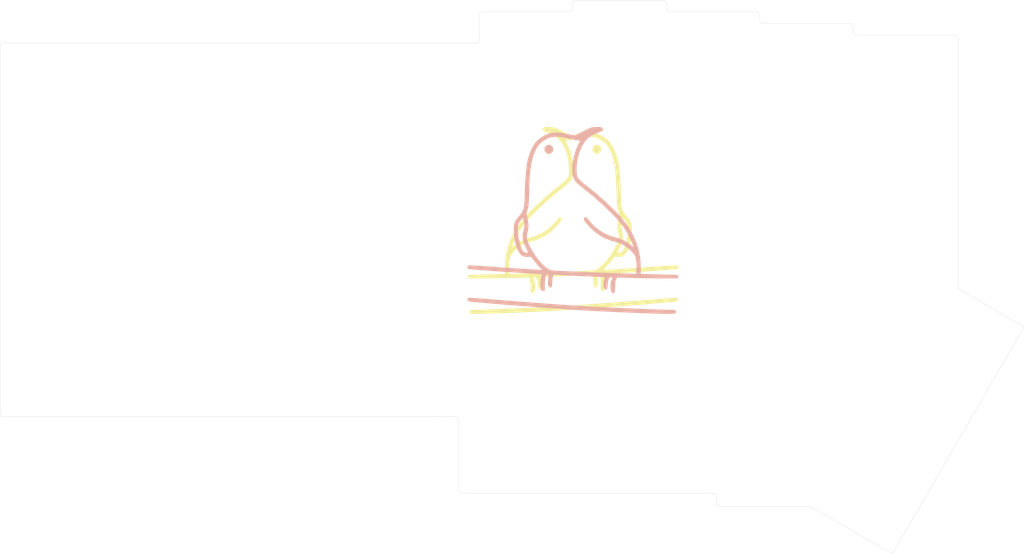
<source format=kicad_pcb>
(kicad_pcb (version 20171130) (host pcbnew "(5.1.9-0-10_14)")

  (general
    (thickness 1.6)
    (drawings 39)
    (tracks 0)
    (zones 0)
    (modules 9)
    (nets 1)
  )

  (page A4)
  (layers
    (0 F.Cu signal)
    (31 B.Cu signal)
    (32 B.Adhes user)
    (33 F.Adhes user)
    (34 B.Paste user)
    (35 F.Paste user)
    (36 B.SilkS user)
    (37 F.SilkS user)
    (38 B.Mask user)
    (39 F.Mask user)
    (40 Dwgs.User user)
    (41 Cmts.User user)
    (42 Eco1.User user)
    (43 Eco2.User user)
    (44 Edge.Cuts user)
    (45 Margin user)
    (46 B.CrtYd user)
    (47 F.CrtYd user)
    (48 B.Fab user)
    (49 F.Fab user)
  )

  (setup
    (last_trace_width 0.25)
    (trace_clearance 0.2)
    (zone_clearance 0.508)
    (zone_45_only no)
    (trace_min 0.2)
    (via_size 0.8)
    (via_drill 0.4)
    (via_min_size 0.4)
    (via_min_drill 0.3)
    (uvia_size 0.3)
    (uvia_drill 0.1)
    (uvias_allowed no)
    (uvia_min_size 0.2)
    (uvia_min_drill 0.1)
    (edge_width 0.05)
    (segment_width 0.2)
    (pcb_text_width 0.3)
    (pcb_text_size 1.5 1.5)
    (mod_edge_width 0.12)
    (mod_text_size 1 1)
    (mod_text_width 0.15)
    (pad_size 1.524 1.524)
    (pad_drill 0.762)
    (pad_to_mask_clearance 0)
    (aux_axis_origin 0 0)
    (grid_origin 221.45 102.39375)
    (visible_elements FFFFFF7F)
    (pcbplotparams
      (layerselection 0x011fc_ffffffff)
      (usegerberextensions false)
      (usegerberattributes true)
      (usegerberadvancedattributes true)
      (creategerberjobfile true)
      (excludeedgelayer true)
      (linewidth 0.100000)
      (plotframeref false)
      (viasonmask false)
      (mode 1)
      (useauxorigin false)
      (hpglpennumber 1)
      (hpglpenspeed 20)
      (hpglpendiameter 15.000000)
      (psnegative false)
      (psa4output false)
      (plotreference true)
      (plotvalue true)
      (plotinvisibletext false)
      (padsonsilk false)
      (subtractmaskfromsilk false)
      (outputformat 1)
      (mirror false)
      (drillshape 0)
      (scaleselection 1)
      (outputdirectory "./wren-nav-bottom-gerbers"))
  )

  (net 0 "")

  (net_class Default "This is the default net class."
    (clearance 0.2)
    (trace_width 0.25)
    (via_dia 0.8)
    (via_drill 0.4)
    (uvia_dia 0.3)
    (uvia_drill 0.1)
  )

  (module footprints:wren_logo_large (layer F.Cu) (tedit 0) (tstamp 60863503)
    (at 173.063 63.15075)
    (fp_text reference G*** (at 0 0) (layer F.SilkS) hide
      (effects (font (size 1.524 1.524) (thickness 0.3)))
    )
    (fp_text value LOGO (at 0.75 0) (layer F.SilkS) hide
      (effects (font (size 1.524 1.524) (thickness 0.3)))
    )
    (fp_poly (pts (xy 5.069193 -15.393824) (xy 5.230564 -15.340912) (xy 5.572928 -15.092528) (xy 5.756617 -14.738869)
      (xy 5.778782 -14.344327) (xy 5.636575 -13.973295) (xy 5.327148 -13.690165) (xy 5.304125 -13.677855)
      (xy 5.021324 -13.546637) (xy 4.821633 -13.52682) (xy 4.587663 -13.615262) (xy 4.505003 -13.656477)
      (xy 4.169441 -13.924515) (xy 4.00618 -14.263896) (xy 3.995071 -14.627846) (xy 4.115966 -14.969589)
      (xy 4.348717 -15.24235) (xy 4.673175 -15.399353) (xy 5.069193 -15.393824)) (layer F.SilkS) (width 0.01))
    (fp_poly (pts (xy -4.856424 -19.034026) (xy -4.701341 -19.027021) (xy -4.31494 -19.005227) (xy -4.002778 -18.971113)
      (xy -3.716503 -18.908523) (xy -3.407765 -18.801302) (xy -3.028209 -18.633293) (xy -2.529484 -18.388343)
      (xy -2.025884 -18.133086) (xy -0.364722 -17.287646) (xy 0.990352 -17.596645) (xy 2.189584 -17.821982)
      (xy 3.240772 -17.906898) (xy 4.183967 -17.84491) (xy 5.05922 -17.629535) (xy 5.906582 -17.254291)
      (xy 6.766103 -16.712694) (xy 6.85723 -16.646975) (xy 7.454439 -16.086253) (xy 8.005388 -15.315968)
      (xy 8.50004 -14.354606) (xy 8.928355 -13.220656) (xy 9.169182 -12.389182) (xy 9.333765 -11.60056)
      (xy 9.477301 -10.59267) (xy 9.598779 -9.376284) (xy 9.697186 -7.962172) (xy 9.771509 -6.361105)
      (xy 9.791223 -5.772453) (xy 9.820243 -4.847574) (xy 9.846486 -4.121862) (xy 9.873266 -3.563653)
      (xy 9.903898 -3.141285) (xy 9.941696 -2.823097) (xy 9.989974 -2.577424) (xy 10.052046 -2.372604)
      (xy 10.131226 -2.176976) (xy 10.178542 -2.072115) (xy 10.419344 -1.636618) (xy 10.746041 -1.156428)
      (xy 11.025415 -0.808738) (xy 11.473393 -0.259616) (xy 11.773302 0.2406) (xy 11.950922 0.763478)
      (xy 12.032033 1.380588) (xy 12.04448 2.020455) (xy 11.985397 3.041094) (xy 11.837215 4.053344)
      (xy 11.612813 5.004171) (xy 11.325074 5.84054) (xy 10.986877 6.509415) (xy 10.935031 6.588446)
      (xy 10.565466 7.042161) (xy 10.17342 7.305534) (xy 9.688741 7.414154) (xy 9.298176 7.41892)
      (xy 8.569945 7.391022) (xy 7.750324 8.417441) (xy 7.382157 8.865492) (xy 7.026998 9.275086)
      (xy 6.731159 9.594) (xy 6.573766 9.744203) (xy 6.216829 10.044546) (xy 6.774096 10.044348)
      (xy 7.062025 10.036283) (xy 7.555108 10.01328) (xy 8.228182 9.976934) (xy 9.056086 9.928843)
      (xy 10.013657 9.870603) (xy 11.075733 9.803811) (xy 12.217152 9.730065) (xy 13.412751 9.65096)
      (xy 14.637368 9.568093) (xy 15.865842 9.483063) (xy 17.073009 9.397464) (xy 17.814512 9.343726)
      (xy 18.672886 9.283513) (xy 19.460626 9.233154) (xy 20.147102 9.194218) (xy 20.701686 9.168274)
      (xy 21.093748 9.156892) (xy 21.292659 9.161639) (xy 21.307012 9.164828) (xy 21.432495 9.317488)
      (xy 21.471151 9.569256) (xy 21.416301 9.802686) (xy 21.347584 9.878476) (xy 21.20143 9.906564)
      (xy 20.845949 9.947197) (xy 20.30229 9.998786) (xy 19.5916 10.05974) (xy 18.73503 10.128469)
      (xy 17.753727 10.203385) (xy 16.66884 10.282896) (xy 15.501518 10.365412) (xy 14.27291 10.449345)
      (xy 13.004165 10.533103) (xy 11.71643 10.615097) (xy 10.795 10.671807) (xy 9.938108 10.72456)
      (xy 9.114826 10.776756) (xy 8.366521 10.825656) (xy 7.734558 10.868523) (xy 7.260304 10.902619)
      (xy 7.030818 10.920978) (xy 6.268455 10.988212) (xy 6.437129 11.468879) (xy 6.529098 11.882739)
      (xy 6.582759 12.434819) (xy 6.596157 13.035311) (xy 6.567341 13.594406) (xy 6.494356 14.022294)
      (xy 6.492776 14.027727) (xy 6.375164 14.279164) (xy 6.172827 14.36841) (xy 6.053057 14.374091)
      (xy 5.715 14.374091) (xy 5.714414 13.104091) (xy 5.685353 12.293112) (xy 5.601097 11.667805)
      (xy 5.464784 11.239141) (xy 5.279551 11.018094) (xy 5.111043 10.995017) (xy 4.959007 11.107469)
      (xy 4.947907 11.205948) (xy 4.974432 11.39498) (xy 5.007727 11.746151) (xy 5.041483 12.191061)
      (xy 5.048421 12.295909) (xy 5.071791 12.775338) (xy 5.060555 13.089123) (xy 5.005323 13.30115)
      (xy 4.896704 13.475305) (xy 4.870247 13.508182) (xy 4.676694 13.697883) (xy 4.513608 13.713901)
      (xy 4.42337 13.668883) (xy 4.313193 13.559375) (xy 4.245572 13.361997) (xy 4.209264 13.025511)
      (xy 4.195371 12.629792) (xy 4.170121 12.145873) (xy 4.120805 11.711611) (xy 4.05747 11.412111)
      (xy 4.048756 11.387579) (xy 3.920861 11.056521) (xy 2.855203 11.130699) (xy 2.548505 11.149127)
      (xy 2.056647 11.175141) (xy 1.412302 11.207272) (xy 0.648141 11.244053) (xy -0.203166 11.284018)
      (xy -1.108947 11.325698) (xy -2.036532 11.367626) (xy -2.953249 11.408335) (xy -3.826427 11.446357)
      (xy -4.623395 11.480225) (xy -5.311482 11.508472) (xy -5.858017 11.529629) (xy -6.230329 11.54223)
      (xy -6.372972 11.545183) (xy -6.491342 11.565603) (xy -6.505043 11.666485) (xy -6.41754 11.907976)
      (xy -6.396754 11.958001) (xy -6.294589 12.335529) (xy -6.24979 12.791198) (xy -6.259123 13.25685)
      (xy -6.319355 13.664325) (xy -6.427254 13.945467) (xy -6.494318 14.015084) (xy -6.748987 14.100521)
      (xy -6.930303 13.984176) (xy -7.042876 13.658991) (xy -7.091314 13.117912) (xy -7.091769 13.100553)
      (xy -7.155733 12.421132) (xy -7.305868 11.927938) (xy -7.536828 11.632567) (xy -7.808499 11.545455)
      (xy -8.016281 11.574943) (xy -8.041188 11.691139) (xy -8.020211 11.7475) (xy -7.800845 12.413285)
      (xy -7.685058 13.104083) (xy -7.675058 13.759122) (xy -7.773054 14.31763) (xy -7.915429 14.631571)
      (xy -8.088067 14.84409) (xy -8.252086 14.871202) (xy -8.425426 14.782328) (xy -8.511475 14.667611)
      (xy -8.565211 14.429227) (xy -8.592325 14.028333) (xy -8.598608 13.600687) (xy -8.621083 12.927568)
      (xy -8.688839 12.433434) (xy -8.800553 12.086599) (xy -8.999743 11.64638) (xy -12.841462 11.740235)
      (xy -13.902949 11.764239) (xy -15.01579 11.785976) (xy -16.126013 11.804628) (xy -17.179643 11.819381)
      (xy -18.122704 11.829418) (xy -18.901222 11.833923) (xy -19.05 11.834091) (xy -21.416818 11.834091)
      (xy -21.453414 11.515935) (xy -21.429793 11.249643) (xy -21.334815 11.138224) (xy -21.184973 11.121104)
      (xy -20.833209 11.100577) (xy -20.308467 11.077728) (xy -19.63969 11.053642) (xy -18.855821 11.029404)
      (xy -17.985804 11.0061) (xy -17.502508 10.994563) (xy -13.825397 10.910455) (xy -13.846155 9.616432)
      (xy -13.840084 9.491213) (xy -13.00462 9.491213) (xy -12.978424 10.090592) (xy -12.904022 10.887093)
      (xy -10.406329 10.810696) (xy -9.566161 10.784074) (xy -8.563869 10.750826) (xy -7.468064 10.71332)
      (xy -6.347355 10.673922) (xy -5.270353 10.635001) (xy -4.675909 10.612946) (xy -3.616492 10.571566)
      (xy -2.434576 10.522685) (xy -1.208875 10.469736) (xy -0.018103 10.416154) (xy 1.059026 10.365374)
      (xy 1.51975 10.342642) (xy 2.425379 10.296348) (xy 3.131526 10.256867) (xy 3.66936 10.220106)
      (xy 4.070051 10.181973) (xy 4.364768 10.138373) (xy 4.584681 10.085214) (xy 4.760959 10.018404)
      (xy 4.924771 9.933849) (xy 5.010726 9.884235) (xy 5.632954 9.435695) (xy 6.300509 8.804136)
      (xy 6.98265 8.024556) (xy 7.648636 7.131956) (xy 8.023676 6.546133) (xy 9.120909 6.546133)
      (xy 9.222302 6.569119) (xy 9.473039 6.564247) (xy 9.542394 6.559015) (xy 9.955974 6.438175)
      (xy 10.176993 6.234546) (xy 10.433339 5.775503) (xy 10.667399 5.150135) (xy 10.870472 4.411025)
      (xy 11.033858 3.610756) (xy 11.148856 2.801914) (xy 11.206765 2.037081) (xy 11.198885 1.368841)
      (xy 11.116515 0.849777) (xy 11.084175 0.751871) (xy 10.957362 0.507529) (xy 10.755595 0.20297)
      (xy 10.52585 -0.100467) (xy 10.315103 -0.34144) (xy 10.17033 -0.458609) (xy 10.154712 -0.461818)
      (xy 10.099675 -0.35666) (xy 10.029259 -0.078671) (xy 9.95725 0.315916) (xy 9.94595 0.389818)
      (xy 9.884109 0.912343) (xy 9.884308 1.314342) (xy 9.949808 1.698592) (xy 9.992646 1.861864)
      (xy 10.159585 2.549205) (xy 10.233386 3.140668) (xy 10.206988 3.697397) (xy 10.073331 4.280533)
      (xy 9.825353 4.95122) (xy 9.569149 5.528936) (xy 9.373295 5.957032) (xy 9.220846 6.299631)
      (xy 9.133455 6.507596) (xy 9.120909 6.546133) (xy 8.023676 6.546133) (xy 8.241351 6.206119)
      (xy 8.72529 5.343487) (xy 9.067446 4.616843) (xy 9.276891 3.987354) (xy 9.362698 3.416191)
      (xy 9.333937 2.86452) (xy 9.199681 2.29351) (xy 9.174142 2.213355) (xy 9.03842 1.481945)
      (xy 9.055197 0.601296) (xy 9.223541 -0.40527) (xy 9.289508 -0.67504) (xy 9.383149 -1.065866)
      (xy 9.415407 -1.353149) (xy 9.382298 -1.633183) (xy 9.279841 -2.002258) (xy 9.227789 -2.167375)
      (xy 9.152499 -2.426426) (xy 9.091762 -2.70028) (xy 9.04288 -3.020893) (xy 9.003157 -3.420222)
      (xy 8.969895 -3.930226) (xy 8.940397 -4.58286) (xy 8.911965 -5.410082) (xy 8.889364 -6.176818)
      (xy 8.841505 -7.557818) (xy 8.7795 -8.742553) (xy 8.699447 -9.765437) (xy 8.597446 -10.660887)
      (xy 8.469598 -11.463318) (xy 8.312003 -12.207145) (xy 8.126803 -12.905982) (xy 7.734001 -14.016961)
      (xy 7.249429 -14.931271) (xy 6.656195 -15.670675) (xy 5.937405 -16.256937) (xy 5.222379 -16.647812)
      (xy 4.569791 -16.896397) (xy 3.917394 -17.036443) (xy 3.216466 -17.0693) (xy 2.418281 -16.996318)
      (xy 1.474117 -16.818849) (xy 1.212273 -16.758952) (xy 0.589793 -16.617516) (xy -0.011664 -16.489618)
      (xy -0.525567 -16.388867) (xy -0.885384 -16.328871) (xy -0.899238 -16.327042) (xy -1.231178 -16.271477)
      (xy -1.438232 -16.21208) (xy -1.47585 -16.177033) (xy -1.407961 -16.0444) (xy -1.265493 -15.770796)
      (xy -1.108383 -15.470909) (xy -0.67895 -14.512495) (xy -0.333213 -13.456242) (xy -0.079774 -12.354795)
      (xy 0.072762 -11.260797) (xy 0.115793 -10.226895) (xy 0.040714 -9.305731) (xy -0.038474 -8.924184)
      (xy -0.198565 -8.489923) (xy -0.424695 -8.080278) (xy -0.529156 -7.941568) (xy -0.654139 -7.800819)
      (xy -0.787768 -7.662351) (xy -0.953561 -7.50629) (xy -1.175036 -7.312761) (xy -1.475713 -7.061891)
      (xy -1.879109 -6.733805) (xy -2.408743 -6.308629) (xy -3.088134 -5.766489) (xy -3.348182 -5.559342)
      (xy -4.049488 -4.981296) (xy -4.846199 -4.291988) (xy -5.694878 -3.531701) (xy -6.552085 -2.740717)
      (xy -7.374381 -1.959317) (xy -8.118328 -1.227785) (xy -8.740488 -0.586403) (xy -8.919204 -0.393122)
      (xy -9.986973 0.883216) (xy -10.86751 2.170795) (xy -11.599327 3.52942) (xy -11.939072 4.296358)
      (xy -12.119111 4.737239) (xy -12.259673 5.092782) (xy -12.341132 5.31275) (xy -12.353636 5.357473)
      (xy -12.269403 5.320903) (xy -12.044919 5.171683) (xy -11.722508 4.938532) (xy -11.592457 4.840974)
      (xy -10.827408 4.306533) (xy -10.12825 3.92408) (xy -9.424301 3.659414) (xy -8.862341 3.520022)
      (xy -7.624199 3.162801) (xy -6.419422 2.618679) (xy -5.290884 1.915978) (xy -4.281453 1.083019)
      (xy -3.434001 0.148124) (xy -3.143279 -0.258134) (xy -2.859177 -0.583691) (xy -2.590128 -0.682926)
      (xy -2.340999 -0.554379) (xy -2.301742 -0.51069) (xy -2.235164 -0.308373) (xy -2.316064 -0.023385)
      (xy -2.553221 0.357969) (xy -2.955414 0.849383) (xy -3.531422 1.46455) (xy -3.636818 1.57185)
      (xy -4.604607 2.452763) (xy -5.614977 3.163506) (xy -6.715287 3.729654) (xy -7.952898 4.176779)
      (xy -8.941056 4.43604) (xy -9.606459 4.663179) (xy -10.323639 5.032722) (xy -11.038612 5.504759)
      (xy -11.697394 6.039377) (xy -12.246003 6.596665) (xy -12.630455 7.13671) (xy -12.654249 7.181342)
      (xy -12.796918 7.586227) (xy -12.907977 8.152011) (xy -12.979766 8.809928) (xy -13.00462 9.491213)
      (xy -13.840084 9.491213) (xy -13.760199 7.843645) (xy -13.447386 6.096978) (xy -12.911106 4.385049)
      (xy -12.154747 2.71647) (xy -11.181696 1.099858) (xy -9.995343 -0.456174) (xy -9.791404 -0.692727)
      (xy -9.129778 -1.411822) (xy -8.323605 -2.22982) (xy -7.414308 -3.108749) (xy -6.443306 -4.010634)
      (xy -5.45202 -4.897501) (xy -4.481872 -5.731378) (xy -3.574281 -6.474291) (xy -3.001818 -6.917282)
      (xy -2.257997 -7.493399) (xy -1.693382 -7.972432) (xy -1.287594 -8.373418) (xy -1.02025 -8.715393)
      (xy -0.951547 -8.832273) (xy -0.843482 -9.182967) (xy -0.780483 -9.706514) (xy -0.761632 -10.34948)
      (xy -0.786011 -11.058435) (xy -0.852703 -11.779945) (xy -0.960789 -12.46058) (xy -1.018347 -12.721562)
      (xy -1.408446 -14.03784) (xy -1.894333 -15.152016) (xy -2.486247 -16.076461) (xy -3.194425 -16.82355)
      (xy -4.029106 -17.405656) (xy -5.000527 -17.835152) (xy -5.337006 -17.940964) (xy -5.835709 -18.130077)
      (xy -6.120943 -18.344855) (xy -6.187144 -18.577531) (xy -6.028746 -18.820337) (xy -5.99046 -18.852976)
      (xy -5.823819 -18.96157) (xy -5.61826 -19.022678) (xy -5.315292 -19.044198) (xy -4.856424 -19.034026)) (layer F.SilkS) (width 0.01))
    (fp_poly (pts (xy 21.305306 15.777034) (xy 21.453922 15.934693) (xy 21.466438 16.175629) (xy 21.354528 16.405686)
      (xy 21.214773 16.507264) (xy 21.053493 16.535665) (xy 20.680056 16.579135) (xy 20.112626 16.63624)
      (xy 19.369365 16.705548) (xy 18.468436 16.785627) (xy 17.428001 16.875044) (xy 16.266223 16.972367)
      (xy 15.001265 17.076163) (xy 13.651289 17.184999) (xy 12.234457 17.297443) (xy 10.768933 17.412063)
      (xy 9.272879 17.527425) (xy 7.764457 17.642098) (xy 6.261831 17.754649) (xy 4.783162 17.863644)
      (xy 3.346614 17.967653) (xy 1.970349 18.065242) (xy 0.67253 18.154978) (xy -0.528681 18.235429)
      (xy -1.443182 18.29437) (xy -2.503227 18.3581) (xy -3.703184 18.424786) (xy -5.016008 18.493303)
      (xy -6.414652 18.562527) (xy -7.87207 18.631331) (xy -9.361215 18.698591) (xy -10.855041 18.763181)
      (xy -12.326502 18.823975) (xy -13.748553 18.879849) (xy -15.094146 18.929676) (xy -16.336235 18.972332)
      (xy -17.447775 19.006691) (xy -18.401718 19.031628) (xy -19.171019 19.046017) (xy -19.584272 19.049211)
      (xy -20.195318 19.041674) (xy -20.611466 19.01543) (xy -20.868267 18.966355) (xy -21.00127 18.890322)
      (xy -21.006602 18.884198) (xy -21.088757 18.646227) (xy -20.985355 18.424501) (xy -20.738422 18.274319)
      (xy -20.517983 18.241252) (xy -20.066912 18.235329) (xy -19.410297 18.21929) (xy -18.573238 18.19417)
      (xy -17.580831 18.161006) (xy -16.458172 18.120833) (xy -15.230359 18.074688) (xy -13.92249 18.023608)
      (xy -12.559661 17.968627) (xy -11.16697 17.910782) (xy -9.769513 17.85111) (xy -8.392389 17.790645)
      (xy -7.060693 17.730426) (xy -5.799523 17.671486) (xy -4.633976 17.614864) (xy -3.58915 17.561594)
      (xy -2.690142 17.512713) (xy -2.251363 17.487139) (xy -1.25053 17.42423) (xy -0.045904 17.343913)
      (xy 1.336212 17.248149) (xy 2.869515 17.138894) (xy 4.527703 17.018107) (xy 6.284472 16.887745)
      (xy 8.113521 16.749768) (xy 9.988545 16.606133) (xy 11.883242 16.458798) (xy 13.77131 16.309721)
      (xy 15.626445 16.16086) (xy 16.311897 16.105197) (xy 17.348108 16.022586) (xy 18.316016 15.948933)
      (xy 19.190713 15.885875) (xy 19.947289 15.835048) (xy 20.560837 15.798089) (xy 21.006449 15.776636)
      (xy 21.259216 15.772325) (xy 21.305306 15.777034)) (layer F.SilkS) (width 0.01))
  )

  (module footprints:wren_logo_large (layer B.Cu) (tedit 0) (tstamp 608634BD)
    (at 173.063 63.15075 180)
    (fp_text reference G*** (at 0 0) (layer B.SilkS) hide
      (effects (font (size 1.524 1.524) (thickness 0.3)) (justify mirror))
    )
    (fp_text value LOGO (at 0.75 0) (layer B.SilkS) hide
      (effects (font (size 1.524 1.524) (thickness 0.3)) (justify mirror))
    )
    (fp_poly (pts (xy 5.069193 15.393824) (xy 5.230564 15.340912) (xy 5.572928 15.092528) (xy 5.756617 14.738869)
      (xy 5.778782 14.344327) (xy 5.636575 13.973295) (xy 5.327148 13.690165) (xy 5.304125 13.677855)
      (xy 5.021324 13.546637) (xy 4.821633 13.52682) (xy 4.587663 13.615262) (xy 4.505003 13.656477)
      (xy 4.169441 13.924515) (xy 4.00618 14.263896) (xy 3.995071 14.627846) (xy 4.115966 14.969589)
      (xy 4.348717 15.24235) (xy 4.673175 15.399353) (xy 5.069193 15.393824)) (layer B.SilkS) (width 0.01))
    (fp_poly (pts (xy -4.856424 19.034026) (xy -4.701341 19.027021) (xy -4.31494 19.005227) (xy -4.002778 18.971113)
      (xy -3.716503 18.908523) (xy -3.407765 18.801302) (xy -3.028209 18.633293) (xy -2.529484 18.388343)
      (xy -2.025884 18.133086) (xy -0.364722 17.287646) (xy 0.990352 17.596645) (xy 2.189584 17.821982)
      (xy 3.240772 17.906898) (xy 4.183967 17.84491) (xy 5.05922 17.629535) (xy 5.906582 17.254291)
      (xy 6.766103 16.712694) (xy 6.85723 16.646975) (xy 7.454439 16.086253) (xy 8.005388 15.315968)
      (xy 8.50004 14.354606) (xy 8.928355 13.220656) (xy 9.169182 12.389182) (xy 9.333765 11.60056)
      (xy 9.477301 10.59267) (xy 9.598779 9.376284) (xy 9.697186 7.962172) (xy 9.771509 6.361105)
      (xy 9.791223 5.772453) (xy 9.820243 4.847574) (xy 9.846486 4.121862) (xy 9.873266 3.563653)
      (xy 9.903898 3.141285) (xy 9.941696 2.823097) (xy 9.989974 2.577424) (xy 10.052046 2.372604)
      (xy 10.131226 2.176976) (xy 10.178542 2.072115) (xy 10.419344 1.636618) (xy 10.746041 1.156428)
      (xy 11.025415 0.808738) (xy 11.473393 0.259616) (xy 11.773302 -0.2406) (xy 11.950922 -0.763478)
      (xy 12.032033 -1.380588) (xy 12.04448 -2.020455) (xy 11.985397 -3.041094) (xy 11.837215 -4.053344)
      (xy 11.612813 -5.004171) (xy 11.325074 -5.84054) (xy 10.986877 -6.509415) (xy 10.935031 -6.588446)
      (xy 10.565466 -7.042161) (xy 10.17342 -7.305534) (xy 9.688741 -7.414154) (xy 9.298176 -7.41892)
      (xy 8.569945 -7.391022) (xy 7.750324 -8.417441) (xy 7.382157 -8.865492) (xy 7.026998 -9.275086)
      (xy 6.731159 -9.594) (xy 6.573766 -9.744203) (xy 6.216829 -10.044546) (xy 6.774096 -10.044348)
      (xy 7.062025 -10.036283) (xy 7.555108 -10.01328) (xy 8.228182 -9.976934) (xy 9.056086 -9.928843)
      (xy 10.013657 -9.870603) (xy 11.075733 -9.803811) (xy 12.217152 -9.730065) (xy 13.412751 -9.65096)
      (xy 14.637368 -9.568093) (xy 15.865842 -9.483063) (xy 17.073009 -9.397464) (xy 17.814512 -9.343726)
      (xy 18.672886 -9.283513) (xy 19.460626 -9.233154) (xy 20.147102 -9.194218) (xy 20.701686 -9.168274)
      (xy 21.093748 -9.156892) (xy 21.292659 -9.161639) (xy 21.307012 -9.164828) (xy 21.432495 -9.317488)
      (xy 21.471151 -9.569256) (xy 21.416301 -9.802686) (xy 21.347584 -9.878476) (xy 21.20143 -9.906564)
      (xy 20.845949 -9.947197) (xy 20.30229 -9.998786) (xy 19.5916 -10.05974) (xy 18.73503 -10.128469)
      (xy 17.753727 -10.203385) (xy 16.66884 -10.282896) (xy 15.501518 -10.365412) (xy 14.27291 -10.449345)
      (xy 13.004165 -10.533103) (xy 11.71643 -10.615097) (xy 10.795 -10.671807) (xy 9.938108 -10.72456)
      (xy 9.114826 -10.776756) (xy 8.366521 -10.825656) (xy 7.734558 -10.868523) (xy 7.260304 -10.902619)
      (xy 7.030818 -10.920978) (xy 6.268455 -10.988212) (xy 6.437129 -11.468879) (xy 6.529098 -11.882739)
      (xy 6.582759 -12.434819) (xy 6.596157 -13.035311) (xy 6.567341 -13.594406) (xy 6.494356 -14.022294)
      (xy 6.492776 -14.027727) (xy 6.375164 -14.279164) (xy 6.172827 -14.36841) (xy 6.053057 -14.374091)
      (xy 5.715 -14.374091) (xy 5.714414 -13.104091) (xy 5.685353 -12.293112) (xy 5.601097 -11.667805)
      (xy 5.464784 -11.239141) (xy 5.279551 -11.018094) (xy 5.111043 -10.995017) (xy 4.959007 -11.107469)
      (xy 4.947907 -11.205948) (xy 4.974432 -11.39498) (xy 5.007727 -11.746151) (xy 5.041483 -12.191061)
      (xy 5.048421 -12.295909) (xy 5.071791 -12.775338) (xy 5.060555 -13.089123) (xy 5.005323 -13.30115)
      (xy 4.896704 -13.475305) (xy 4.870247 -13.508182) (xy 4.676694 -13.697883) (xy 4.513608 -13.713901)
      (xy 4.42337 -13.668883) (xy 4.313193 -13.559375) (xy 4.245572 -13.361997) (xy 4.209264 -13.025511)
      (xy 4.195371 -12.629792) (xy 4.170121 -12.145873) (xy 4.120805 -11.711611) (xy 4.05747 -11.412111)
      (xy 4.048756 -11.387579) (xy 3.920861 -11.056521) (xy 2.855203 -11.130699) (xy 2.548505 -11.149127)
      (xy 2.056647 -11.175141) (xy 1.412302 -11.207272) (xy 0.648141 -11.244053) (xy -0.203166 -11.284018)
      (xy -1.108947 -11.325698) (xy -2.036532 -11.367626) (xy -2.953249 -11.408335) (xy -3.826427 -11.446357)
      (xy -4.623395 -11.480225) (xy -5.311482 -11.508472) (xy -5.858017 -11.529629) (xy -6.230329 -11.54223)
      (xy -6.372972 -11.545183) (xy -6.491342 -11.565603) (xy -6.505043 -11.666485) (xy -6.41754 -11.907976)
      (xy -6.396754 -11.958001) (xy -6.294589 -12.335529) (xy -6.24979 -12.791198) (xy -6.259123 -13.25685)
      (xy -6.319355 -13.664325) (xy -6.427254 -13.945467) (xy -6.494318 -14.015084) (xy -6.748987 -14.100521)
      (xy -6.930303 -13.984176) (xy -7.042876 -13.658991) (xy -7.091314 -13.117912) (xy -7.091769 -13.100553)
      (xy -7.155733 -12.421132) (xy -7.305868 -11.927938) (xy -7.536828 -11.632567) (xy -7.808499 -11.545455)
      (xy -8.016281 -11.574943) (xy -8.041188 -11.691139) (xy -8.020211 -11.7475) (xy -7.800845 -12.413285)
      (xy -7.685058 -13.104083) (xy -7.675058 -13.759122) (xy -7.773054 -14.31763) (xy -7.915429 -14.631571)
      (xy -8.088067 -14.84409) (xy -8.252086 -14.871202) (xy -8.425426 -14.782328) (xy -8.511475 -14.667611)
      (xy -8.565211 -14.429227) (xy -8.592325 -14.028333) (xy -8.598608 -13.600687) (xy -8.621083 -12.927568)
      (xy -8.688839 -12.433434) (xy -8.800553 -12.086599) (xy -8.999743 -11.64638) (xy -12.841462 -11.740235)
      (xy -13.902949 -11.764239) (xy -15.01579 -11.785976) (xy -16.126013 -11.804628) (xy -17.179643 -11.819381)
      (xy -18.122704 -11.829418) (xy -18.901222 -11.833923) (xy -19.05 -11.834091) (xy -21.416818 -11.834091)
      (xy -21.453414 -11.515935) (xy -21.429793 -11.249643) (xy -21.334815 -11.138224) (xy -21.184973 -11.121104)
      (xy -20.833209 -11.100577) (xy -20.308467 -11.077728) (xy -19.63969 -11.053642) (xy -18.855821 -11.029404)
      (xy -17.985804 -11.0061) (xy -17.502508 -10.994563) (xy -13.825397 -10.910455) (xy -13.846155 -9.616432)
      (xy -13.840084 -9.491213) (xy -13.00462 -9.491213) (xy -12.978424 -10.090592) (xy -12.904022 -10.887093)
      (xy -10.406329 -10.810696) (xy -9.566161 -10.784074) (xy -8.563869 -10.750826) (xy -7.468064 -10.71332)
      (xy -6.347355 -10.673922) (xy -5.270353 -10.635001) (xy -4.675909 -10.612946) (xy -3.616492 -10.571566)
      (xy -2.434576 -10.522685) (xy -1.208875 -10.469736) (xy -0.018103 -10.416154) (xy 1.059026 -10.365374)
      (xy 1.51975 -10.342642) (xy 2.425379 -10.296348) (xy 3.131526 -10.256867) (xy 3.66936 -10.220106)
      (xy 4.070051 -10.181973) (xy 4.364768 -10.138373) (xy 4.584681 -10.085214) (xy 4.760959 -10.018404)
      (xy 4.924771 -9.933849) (xy 5.010726 -9.884235) (xy 5.632954 -9.435695) (xy 6.300509 -8.804136)
      (xy 6.98265 -8.024556) (xy 7.648636 -7.131956) (xy 8.023676 -6.546133) (xy 9.120909 -6.546133)
      (xy 9.222302 -6.569119) (xy 9.473039 -6.564247) (xy 9.542394 -6.559015) (xy 9.955974 -6.438175)
      (xy 10.176993 -6.234546) (xy 10.433339 -5.775503) (xy 10.667399 -5.150135) (xy 10.870472 -4.411025)
      (xy 11.033858 -3.610756) (xy 11.148856 -2.801914) (xy 11.206765 -2.037081) (xy 11.198885 -1.368841)
      (xy 11.116515 -0.849777) (xy 11.084175 -0.751871) (xy 10.957362 -0.507529) (xy 10.755595 -0.20297)
      (xy 10.52585 0.100467) (xy 10.315103 0.34144) (xy 10.17033 0.458609) (xy 10.154712 0.461818)
      (xy 10.099675 0.35666) (xy 10.029259 0.078671) (xy 9.95725 -0.315916) (xy 9.94595 -0.389818)
      (xy 9.884109 -0.912343) (xy 9.884308 -1.314342) (xy 9.949808 -1.698592) (xy 9.992646 -1.861864)
      (xy 10.159585 -2.549205) (xy 10.233386 -3.140668) (xy 10.206988 -3.697397) (xy 10.073331 -4.280533)
      (xy 9.825353 -4.95122) (xy 9.569149 -5.528936) (xy 9.373295 -5.957032) (xy 9.220846 -6.299631)
      (xy 9.133455 -6.507596) (xy 9.120909 -6.546133) (xy 8.023676 -6.546133) (xy 8.241351 -6.206119)
      (xy 8.72529 -5.343487) (xy 9.067446 -4.616843) (xy 9.276891 -3.987354) (xy 9.362698 -3.416191)
      (xy 9.333937 -2.86452) (xy 9.199681 -2.29351) (xy 9.174142 -2.213355) (xy 9.03842 -1.481945)
      (xy 9.055197 -0.601296) (xy 9.223541 0.40527) (xy 9.289508 0.67504) (xy 9.383149 1.065866)
      (xy 9.415407 1.353149) (xy 9.382298 1.633183) (xy 9.279841 2.002258) (xy 9.227789 2.167375)
      (xy 9.152499 2.426426) (xy 9.091762 2.70028) (xy 9.04288 3.020893) (xy 9.003157 3.420222)
      (xy 8.969895 3.930226) (xy 8.940397 4.58286) (xy 8.911965 5.410082) (xy 8.889364 6.176818)
      (xy 8.841505 7.557818) (xy 8.7795 8.742553) (xy 8.699447 9.765437) (xy 8.597446 10.660887)
      (xy 8.469598 11.463318) (xy 8.312003 12.207145) (xy 8.126803 12.905982) (xy 7.734001 14.016961)
      (xy 7.249429 14.931271) (xy 6.656195 15.670675) (xy 5.937405 16.256937) (xy 5.222379 16.647812)
      (xy 4.569791 16.896397) (xy 3.917394 17.036443) (xy 3.216466 17.0693) (xy 2.418281 16.996318)
      (xy 1.474117 16.818849) (xy 1.212273 16.758952) (xy 0.589793 16.617516) (xy -0.011664 16.489618)
      (xy -0.525567 16.388867) (xy -0.885384 16.328871) (xy -0.899238 16.327042) (xy -1.231178 16.271477)
      (xy -1.438232 16.21208) (xy -1.47585 16.177033) (xy -1.407961 16.0444) (xy -1.265493 15.770796)
      (xy -1.108383 15.470909) (xy -0.67895 14.512495) (xy -0.333213 13.456242) (xy -0.079774 12.354795)
      (xy 0.072762 11.260797) (xy 0.115793 10.226895) (xy 0.040714 9.305731) (xy -0.038474 8.924184)
      (xy -0.198565 8.489923) (xy -0.424695 8.080278) (xy -0.529156 7.941568) (xy -0.654139 7.800819)
      (xy -0.787768 7.662351) (xy -0.953561 7.50629) (xy -1.175036 7.312761) (xy -1.475713 7.061891)
      (xy -1.879109 6.733805) (xy -2.408743 6.308629) (xy -3.088134 5.766489) (xy -3.348182 5.559342)
      (xy -4.049488 4.981296) (xy -4.846199 4.291988) (xy -5.694878 3.531701) (xy -6.552085 2.740717)
      (xy -7.374381 1.959317) (xy -8.118328 1.227785) (xy -8.740488 0.586403) (xy -8.919204 0.393122)
      (xy -9.986973 -0.883216) (xy -10.86751 -2.170795) (xy -11.599327 -3.52942) (xy -11.939072 -4.296358)
      (xy -12.119111 -4.737239) (xy -12.259673 -5.092782) (xy -12.341132 -5.31275) (xy -12.353636 -5.357473)
      (xy -12.269403 -5.320903) (xy -12.044919 -5.171683) (xy -11.722508 -4.938532) (xy -11.592457 -4.840974)
      (xy -10.827408 -4.306533) (xy -10.12825 -3.92408) (xy -9.424301 -3.659414) (xy -8.862341 -3.520022)
      (xy -7.624199 -3.162801) (xy -6.419422 -2.618679) (xy -5.290884 -1.915978) (xy -4.281453 -1.083019)
      (xy -3.434001 -0.148124) (xy -3.143279 0.258134) (xy -2.859177 0.583691) (xy -2.590128 0.682926)
      (xy -2.340999 0.554379) (xy -2.301742 0.51069) (xy -2.235164 0.308373) (xy -2.316064 0.023385)
      (xy -2.553221 -0.357969) (xy -2.955414 -0.849383) (xy -3.531422 -1.46455) (xy -3.636818 -1.57185)
      (xy -4.604607 -2.452763) (xy -5.614977 -3.163506) (xy -6.715287 -3.729654) (xy -7.952898 -4.176779)
      (xy -8.941056 -4.43604) (xy -9.606459 -4.663179) (xy -10.323639 -5.032722) (xy -11.038612 -5.504759)
      (xy -11.697394 -6.039377) (xy -12.246003 -6.596665) (xy -12.630455 -7.13671) (xy -12.654249 -7.181342)
      (xy -12.796918 -7.586227) (xy -12.907977 -8.152011) (xy -12.979766 -8.809928) (xy -13.00462 -9.491213)
      (xy -13.840084 -9.491213) (xy -13.760199 -7.843645) (xy -13.447386 -6.096978) (xy -12.911106 -4.385049)
      (xy -12.154747 -2.71647) (xy -11.181696 -1.099858) (xy -9.995343 0.456174) (xy -9.791404 0.692727)
      (xy -9.129778 1.411822) (xy -8.323605 2.22982) (xy -7.414308 3.108749) (xy -6.443306 4.010634)
      (xy -5.45202 4.897501) (xy -4.481872 5.731378) (xy -3.574281 6.474291) (xy -3.001818 6.917282)
      (xy -2.257997 7.493399) (xy -1.693382 7.972432) (xy -1.287594 8.373418) (xy -1.02025 8.715393)
      (xy -0.951547 8.832273) (xy -0.843482 9.182967) (xy -0.780483 9.706514) (xy -0.761632 10.34948)
      (xy -0.786011 11.058435) (xy -0.852703 11.779945) (xy -0.960789 12.46058) (xy -1.018347 12.721562)
      (xy -1.408446 14.03784) (xy -1.894333 15.152016) (xy -2.486247 16.076461) (xy -3.194425 16.82355)
      (xy -4.029106 17.405656) (xy -5.000527 17.835152) (xy -5.337006 17.940964) (xy -5.835709 18.130077)
      (xy -6.120943 18.344855) (xy -6.187144 18.577531) (xy -6.028746 18.820337) (xy -5.99046 18.852976)
      (xy -5.823819 18.96157) (xy -5.61826 19.022678) (xy -5.315292 19.044198) (xy -4.856424 19.034026)) (layer B.SilkS) (width 0.01))
    (fp_poly (pts (xy 21.305306 -15.777034) (xy 21.453922 -15.934693) (xy 21.466438 -16.175629) (xy 21.354528 -16.405686)
      (xy 21.214773 -16.507264) (xy 21.053493 -16.535665) (xy 20.680056 -16.579135) (xy 20.112626 -16.63624)
      (xy 19.369365 -16.705548) (xy 18.468436 -16.785627) (xy 17.428001 -16.875044) (xy 16.266223 -16.972367)
      (xy 15.001265 -17.076163) (xy 13.651289 -17.184999) (xy 12.234457 -17.297443) (xy 10.768933 -17.412063)
      (xy 9.272879 -17.527425) (xy 7.764457 -17.642098) (xy 6.261831 -17.754649) (xy 4.783162 -17.863644)
      (xy 3.346614 -17.967653) (xy 1.970349 -18.065242) (xy 0.67253 -18.154978) (xy -0.528681 -18.235429)
      (xy -1.443182 -18.29437) (xy -2.503227 -18.3581) (xy -3.703184 -18.424786) (xy -5.016008 -18.493303)
      (xy -6.414652 -18.562527) (xy -7.87207 -18.631331) (xy -9.361215 -18.698591) (xy -10.855041 -18.763181)
      (xy -12.326502 -18.823975) (xy -13.748553 -18.879849) (xy -15.094146 -18.929676) (xy -16.336235 -18.972332)
      (xy -17.447775 -19.006691) (xy -18.401718 -19.031628) (xy -19.171019 -19.046017) (xy -19.584272 -19.049211)
      (xy -20.195318 -19.041674) (xy -20.611466 -19.01543) (xy -20.868267 -18.966355) (xy -21.00127 -18.890322)
      (xy -21.006602 -18.884198) (xy -21.088757 -18.646227) (xy -20.985355 -18.424501) (xy -20.738422 -18.274319)
      (xy -20.517983 -18.241252) (xy -20.066912 -18.235329) (xy -19.410297 -18.21929) (xy -18.573238 -18.19417)
      (xy -17.580831 -18.161006) (xy -16.458172 -18.120833) (xy -15.230359 -18.074688) (xy -13.92249 -18.023608)
      (xy -12.559661 -17.968627) (xy -11.16697 -17.910782) (xy -9.769513 -17.85111) (xy -8.392389 -17.790645)
      (xy -7.060693 -17.730426) (xy -5.799523 -17.671486) (xy -4.633976 -17.614864) (xy -3.58915 -17.561594)
      (xy -2.690142 -17.512713) (xy -2.251363 -17.487139) (xy -1.25053 -17.42423) (xy -0.045904 -17.343913)
      (xy 1.336212 -17.248149) (xy 2.869515 -17.138894) (xy 4.527703 -17.018107) (xy 6.284472 -16.887745)
      (xy 8.113521 -16.749768) (xy 9.988545 -16.606133) (xy 11.883242 -16.458798) (xy 13.77131 -16.309721)
      (xy 15.626445 -16.16086) (xy 16.311897 -16.105197) (xy 17.348108 -16.022586) (xy 18.316016 -15.948933)
      (xy 19.190713 -15.885875) (xy 19.947289 -15.835048) (xy 20.560837 -15.798089) (xy 21.006449 -15.776636)
      (xy 21.259216 -15.772325) (xy 21.305306 -15.777034)) (layer B.SilkS) (width 0.01))
  )

  (module MountingHole:MountingHole_2.2mm_M2 (layer F.Cu) (tedit 56D1B4CB) (tstamp 607B268A)
    (at 211.1375 42.06875)
    (descr "Mounting Hole 2.2mm, no annular, M2")
    (tags "mounting hole 2.2mm no annular m2")
    (path /607DC9F0)
    (attr virtual)
    (fp_text reference H3 (at 0 -6.5) (layer F.SilkS) hide
      (effects (font (size 1 1) (thickness 0.15)))
    )
    (fp_text value MountingHole (at 0 6.5) (layer F.Fab)
      (effects (font (size 1 1) (thickness 0.15)))
    )
    (fp_circle (center 0 0) (end 2.45 0) (layer F.CrtYd) (width 0.05))
    (fp_circle (center 0 0) (end 2.2 0) (layer Cmts.User) (width 0.15))
    (fp_text user %R (at 0.3 0) (layer F.Fab)
      (effects (font (size 1 1) (thickness 0.15)))
    )
    (pad 1 np_thru_hole circle (at 0 0) (size 2.2 2.2) (drill 2.2) (layers *.Cu *.Mask))
  )

  (module MountingHole:MountingHole_2.2mm_M2 (layer F.Cu) (tedit 56D1B4CB) (tstamp 607B26A2)
    (at 211.1375 80.16875)
    (descr "Mounting Hole 2.2mm, no annular, M2")
    (tags "mounting hole 2.2mm no annular m2")
    (path /607DF460)
    (attr virtual)
    (fp_text reference H6 (at 0 -6.5) (layer F.SilkS) hide
      (effects (font (size 1 1) (thickness 0.15)))
    )
    (fp_text value MountingHole (at 0 6.5) (layer F.Fab)
      (effects (font (size 1 1) (thickness 0.15)))
    )
    (fp_circle (center 0 0) (end 2.45 0) (layer F.CrtYd) (width 0.05))
    (fp_circle (center 0 0) (end 2.2 0) (layer Cmts.User) (width 0.15))
    (fp_text user %R (at 0.3 0) (layer F.Fab)
      (effects (font (size 1 1) (thickness 0.15)))
    )
    (pad 1 np_thru_hole circle (at 0 0) (size 2.2 2.2) (drill 2.2) (layers *.Cu *.Mask))
  )

  (module MountingHole:MountingHole_2.2mm_M2 (layer F.Cu) (tedit 56D1B4CB) (tstamp 607B26AA)
    (at 226.2505 106.01325)
    (descr "Mounting Hole 2.2mm, no annular, M2")
    (tags "mounting hole 2.2mm no annular m2")
    (path /607DE302)
    (attr virtual)
    (fp_text reference H7 (at 0 -6.5) (layer F.SilkS) hide
      (effects (font (size 1 1) (thickness 0.15)))
    )
    (fp_text value MountingHole (at 0 6.5) (layer F.Fab)
      (effects (font (size 1 1) (thickness 0.15)))
    )
    (fp_circle (center 0 0) (end 2.45 0) (layer F.CrtYd) (width 0.05))
    (fp_circle (center 0 0) (end 2.2 0) (layer Cmts.User) (width 0.15))
    (fp_text user %R (at 0.3 0) (layer F.Fab)
      (effects (font (size 1 1) (thickness 0.15)))
    )
    (pad 1 np_thru_hole circle (at 0 0) (size 2.2 2.2) (drill 2.2) (layers *.Cu *.Mask))
  )

  (module MountingHole:MountingHole_2.2mm_M2 (layer F.Cu) (tedit 56D1B4CB) (tstamp 607B269A)
    (at 134.9375 84.1375)
    (descr "Mounting Hole 2.2mm, no annular, M2")
    (tags "mounting hole 2.2mm no annular m2")
    (path /607DDEC1)
    (attr virtual)
    (fp_text reference H5 (at 0 -6.5) (layer F.SilkS) hide
      (effects (font (size 1 1) (thickness 0.15)))
    )
    (fp_text value MountingHole (at 0 6.5) (layer F.Fab)
      (effects (font (size 1 1) (thickness 0.15)))
    )
    (fp_circle (center 0 0) (end 2.45 0) (layer F.CrtYd) (width 0.05))
    (fp_circle (center 0 0) (end 2.2 0) (layer Cmts.User) (width 0.15))
    (fp_text user %R (at 0.3 0) (layer F.Fab)
      (effects (font (size 1 1) (thickness 0.15)))
    )
    (pad 1 np_thru_hole circle (at 0 0) (size 2.2 2.2) (drill 2.2) (layers *.Cu *.Mask))
  )

  (module MountingHole:MountingHole_2.2mm_M2 (layer F.Cu) (tedit 56D1B4CB) (tstamp 607B2692)
    (at 75.4 84.1375)
    (descr "Mounting Hole 2.2mm, no annular, M2")
    (tags "mounting hole 2.2mm no annular m2")
    (path /607DED77)
    (attr virtual)
    (fp_text reference H4 (at 0 -6.5) (layer F.SilkS) hide
      (effects (font (size 1 1) (thickness 0.15)))
    )
    (fp_text value MountingHole (at 0 6.5) (layer F.Fab)
      (effects (font (size 1 1) (thickness 0.15)))
    )
    (fp_circle (center 0 0) (end 2.45 0) (layer F.CrtYd) (width 0.05))
    (fp_circle (center 0 0) (end 2.2 0) (layer Cmts.User) (width 0.15))
    (fp_text user %R (at 0.3 0) (layer F.Fab)
      (effects (font (size 1 1) (thickness 0.15)))
    )
    (pad 1 np_thru_hole circle (at 0 0) (size 2.2 2.2) (drill 2.2) (layers *.Cu *.Mask))
  )

  (module MountingHole:MountingHole_2.2mm_M2 (layer F.Cu) (tedit 56D1B4CB) (tstamp 607B2682)
    (at 134.9375 46.0375)
    (descr "Mounting Hole 2.2mm, no annular, M2")
    (tags "mounting hole 2.2mm no annular m2")
    (path /607DE9D9)
    (attr virtual)
    (fp_text reference H2 (at 0 -6.5) (layer F.SilkS) hide
      (effects (font (size 1 1) (thickness 0.15)))
    )
    (fp_text value MountingHole (at 0 6.5) (layer F.Fab)
      (effects (font (size 1 1) (thickness 0.15)))
    )
    (fp_circle (center 0 0) (end 2.45 0) (layer F.CrtYd) (width 0.05))
    (fp_circle (center 0 0) (end 2.2 0) (layer Cmts.User) (width 0.15))
    (fp_text user %R (at 0.3 0) (layer F.Fab)
      (effects (font (size 1 1) (thickness 0.15)))
    )
    (pad 1 np_thru_hole circle (at 0 0) (size 2.2 2.2) (drill 2.2) (layers *.Cu *.Mask))
  )

  (module MountingHole:MountingHole_2.2mm_M2 (layer F.Cu) (tedit 56D1B4CB) (tstamp 607B99EA)
    (at 75.4 46.0375)
    (descr "Mounting Hole 2.2mm, no annular, M2")
    (tags "mounting hole 2.2mm no annular m2")
    (path /607DE5EF)
    (attr virtual)
    (fp_text reference H1 (at 0 -6.5) (layer F.SilkS) hide
      (effects (font (size 1 1) (thickness 0.15)))
    )
    (fp_text value MountingHole (at 0 6.5) (layer F.Fab)
      (effects (font (size 1 1) (thickness 0.15)))
    )
    (fp_circle (center 0 0) (end 2.45 0) (layer F.CrtYd) (width 0.05))
    (fp_circle (center 0 0) (end 2.2 0) (layer Cmts.User) (width 0.15))
    (fp_text user %R (at 0.3 0) (layer F.Fab)
      (effects (font (size 1 1) (thickness 0.15)))
    )
    (pad 1 np_thru_hole circle (at 0 0) (size 2.2 2.2) (drill 2.2) (layers *.Cu *.Mask))
  )

  (gr_line (start 56.35 27.78125) (end 56.35025 102.394) (layer Edge.Cuts) (width 0.05) (tstamp 60862D10))
  (gr_line (start 57.14375 103.1875) (end 145.274 103.1875) (layer Edge.Cuts) (width 0.05) (tstamp 60862D0F))
  (gr_line (start 57.14375 26.9875) (end 153.209 26.9875) (layer Edge.Cuts) (width 0.05) (tstamp 60862D0E))
  (gr_line (start 149.0285 103.18775) (end 145.274 103.1875) (layer Edge.Cuts) (width 0.05) (tstamp 6084922F))
  (gr_line (start 149.822 117.98325) (end 149.822 103.98125) (layer Edge.Cuts) (width 0.05) (tstamp 6084922E))
  (gr_line (start 150.6155 118.77675) (end 201.6125 118.77675) (layer Edge.Cuts) (width 0.05) (tstamp 6084922D))
  (gr_line (start 202.406 119.57025) (end 202.406 120.65) (layer Edge.Cuts) (width 0.05) (tstamp 6084921D))
  (gr_arc (start 150.6155 117.98325) (end 149.822 117.98325) (angle -90) (layer Edge.Cuts) (width 0.05) (tstamp 60849216))
  (gr_line (start 251.603 76.99375) (end 251.603 26.19375) (layer Edge.Cuts) (width 0.05) (tstamp 607F83B0))
  (gr_line (start 265.011 84.86775) (end 251.603 76.99375) (layer Edge.Cuts) (width 0.05))
  (gr_line (start 238.214 131.09575) (end 265.011 84.86775) (layer Edge.Cuts) (width 0.05))
  (gr_line (start 221.45 121.44375) (end 238.214 131.09575) (layer Edge.Cuts) (width 0.05))
  (gr_line (start 203.1995 121.4435) (end 221.45 121.44375) (layer Edge.Cuts) (width 0.05))
  (gr_arc (start 203.1995 120.65) (end 202.406 120.65) (angle -90) (layer Edge.Cuts) (width 0.05))
  (gr_arc (start 201.6125 119.57025) (end 202.406 119.57025) (angle -90) (layer Edge.Cuts) (width 0.05))
  (gr_arc (start 149.0285 103.98125) (end 149.822 103.98125) (angle -90) (layer Edge.Cuts) (width 0.05))
  (gr_arc (start 57.14375 102.394) (end 56.35025 102.394) (angle -90) (layer Edge.Cuts) (width 0.05))
  (gr_arc (start 57.14375 27.78125) (end 57.14375 26.9875) (angle -90) (layer Edge.Cuts) (width 0.05))
  (gr_arc (start 153.209 26.19375) (end 153.209 26.9875) (angle -90) (layer Edge.Cuts) (width 0.05))
  (gr_line (start 154.00225 21.43125) (end 154.0025 26.19375) (layer Edge.Cuts) (width 0.05))
  (gr_arc (start 154.796 21.43125) (end 154.796 20.6375) (angle -90) (layer Edge.Cuts) (width 0.05))
  (gr_line (start 172.253 20.6375) (end 154.796 20.6375) (layer Edge.Cuts) (width 0.05))
  (gr_arc (start 172.253 19.84375) (end 172.253 20.6375) (angle -90) (layer Edge.Cuts) (width 0.05))
  (gr_line (start 173.04625 19.05) (end 173.0465 19.84375) (layer Edge.Cuts) (width 0.05))
  (gr_arc (start 173.84 19.05) (end 173.84 18.25625) (angle -90) (layer Edge.Cuts) (width 0.05))
  (gr_line (start 191.297 18.2565) (end 173.84 18.25625) (layer Edge.Cuts) (width 0.05))
  (gr_arc (start 191.297 19.05) (end 192.0905 19.05) (angle -90) (layer Edge.Cuts) (width 0.05))
  (gr_line (start 192.0905 19.84375) (end 192.0905 19.05) (layer Edge.Cuts) (width 0.05))
  (gr_arc (start 192.884 19.84375) (end 192.0905 19.84375) (angle -90) (layer Edge.Cuts) (width 0.05))
  (gr_line (start 210.341 20.63775) (end 192.884 20.6375) (layer Edge.Cuts) (width 0.05))
  (gr_arc (start 210.341 21.43125) (end 211.1345 21.43125) (angle -90) (layer Edge.Cuts) (width 0.05))
  (gr_line (start 211.1345 22.225) (end 211.1345 21.43125) (layer Edge.Cuts) (width 0.05))
  (gr_arc (start 211.928 22.225) (end 211.1345 22.225) (angle -90) (layer Edge.Cuts) (width 0.05))
  (gr_line (start 229.385 23.019) (end 211.928 23.01875) (layer Edge.Cuts) (width 0.05))
  (gr_line (start 230.1785 23.8125) (end 230.1785 24.60625) (layer Edge.Cuts) (width 0.05) (tstamp 607F7FF1))
  (gr_arc (start 229.385 23.8125) (end 230.1785 23.8125) (angle -90) (layer Edge.Cuts) (width 0.05))
  (gr_arc (start 230.972 24.60625) (end 230.1785 24.60625) (angle -90) (layer Edge.Cuts) (width 0.05))
  (gr_line (start 250.8095 25.40025) (end 230.972 25.4) (layer Edge.Cuts) (width 0.05))
  (gr_arc (start 250.8095 26.19375) (end 251.603 26.19375) (angle -90) (layer Edge.Cuts) (width 0.05))

)

</source>
